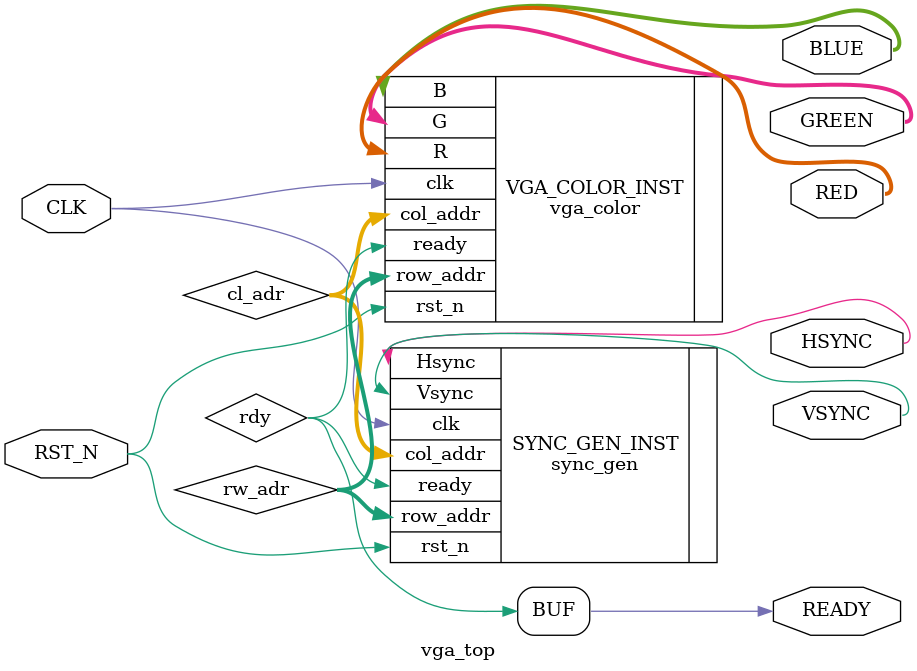
<source format=v>

module vga_top(
    output [7:0] RED,
    output [7:0] GREEN,
    output [7:0] BLUE,
    output       HSYNC,
    output       VSYNC,
    output       READY,

    input        CLK,  // 74.25 MHz, for 1280 x 720 pixel clock
    input        RST_N
);

wire rdy;
wire [10:0] cl_adr;
wire [10:0] rw_adr;
assign READY = rdy;

sync_gen SYNC_GEN_INST(
    .Hsync(HSYNC),
    .Vsync(VSYNC),
    .ready(rdy),
    .col_addr(cl_adr),
    .row_addr(rw_adr),

    .clk(CLK),
    .rst_n(RST_N)
);

vga_color VGA_COLOR_INST(
    .R(RED),
    .G(GREEN),
    .B(BLUE),

    .clk(CLK),
    .rst_n(RST_N),
    .col_addr(cl_adr),
    .row_addr(rw_adr),
    .ready(rdy)
);

endmodule



</source>
